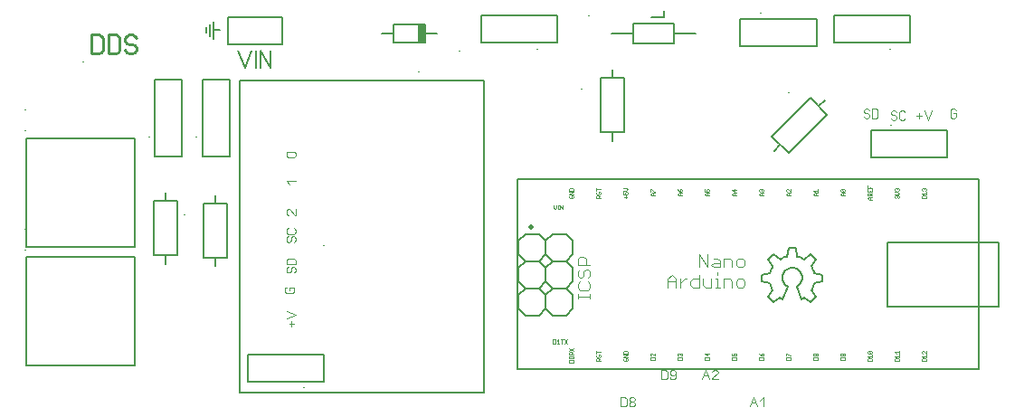
<source format=gbr>
%FSLAX34Y34*%
%MOMM*%
%LNSILK_TOP*%
G71*
G01*
%ADD10C,0.127*%
%ADD11C,0.102*%
%ADD12C,0.050*%
%ADD13C,0.200*%
%ADD14C,0.203*%
%ADD15C,0.500*%
%ADD16C,0.150*%
%ADD17C,0.100*%
%ADD18C,0.206*%
%ADD19C,0.144*%
%ADD20C,0.167*%
%ADD21C,0.111*%
%ADD22C,0.222*%
%LPD*%
G54D10*
X893921Y47541D02*
X462121Y47541D01*
X462121Y225341D01*
X893921Y225341D01*
X893921Y47541D01*
G54D10*
X912463Y166159D02*
X808323Y166159D01*
X808323Y106469D01*
X912463Y106469D01*
X912463Y166159D01*
G54D11*
X526040Y145067D02*
X526040Y150914D01*
X524092Y152862D01*
X520193Y152862D01*
X518245Y150914D01*
X518245Y145067D01*
X529939Y145067D01*
G54D11*
X520193Y141168D02*
X518245Y139220D01*
X518245Y135321D01*
X520193Y133373D01*
X522144Y133373D01*
X524092Y135321D01*
X524092Y139220D01*
X526040Y141168D01*
X527991Y141168D01*
X529939Y139220D01*
X529939Y135321D01*
X527991Y133373D01*
G54D11*
X527991Y129474D02*
X529939Y127526D01*
X529939Y123627D01*
X527991Y121679D01*
X520193Y121679D01*
X518245Y123627D01*
X518245Y127526D01*
X520193Y129474D01*
G54D11*
X518245Y117782D02*
X518245Y113883D01*
G54D11*
X518245Y115831D02*
X529939Y115831D01*
G54D11*
X529939Y113883D02*
X529939Y117782D01*
G54D11*
X602517Y130096D02*
X610315Y130096D01*
G54D11*
X602517Y124249D02*
X602517Y132044D01*
X606416Y135943D01*
X610315Y132044D01*
X610315Y124249D01*
G54D11*
X614211Y124249D02*
X614211Y132044D01*
G54D11*
X614211Y128148D02*
X618110Y132044D01*
X620058Y132044D01*
G54D11*
X631753Y132044D02*
X625905Y132044D01*
X623957Y130096D01*
X623957Y126197D01*
X625905Y124249D01*
X631753Y124249D01*
X631752Y135943D01*
G54D11*
X635651Y132044D02*
X635651Y126197D01*
X637600Y124249D01*
X643447Y124249D01*
X643447Y132044D01*
G54D11*
X647346Y132044D02*
X649294Y132044D01*
X649294Y124249D01*
G54D11*
X647346Y124249D02*
X651242Y124249D01*
G54D11*
X655141Y124249D02*
X655141Y132044D01*
X660988Y132044D01*
X662936Y130096D01*
X662936Y124249D01*
G54D11*
X666835Y130096D02*
X666835Y126197D01*
X668783Y124249D01*
X672682Y124249D01*
X674630Y126197D01*
X674630Y130096D01*
X672682Y132044D01*
X668783Y132044D01*
X666835Y130096D01*
G54D11*
X672682Y143299D02*
X668783Y143299D01*
X666835Y145247D01*
X666835Y149146D01*
X668783Y151094D01*
X672682Y151094D01*
X674630Y149146D01*
X674630Y145247D01*
X672682Y143299D01*
G54D11*
X662936Y143299D02*
X662936Y149146D01*
X660988Y151094D01*
X655141Y151094D01*
X655141Y143299D01*
G54D11*
X651242Y147198D02*
X645395Y147198D01*
X643447Y145247D01*
X645395Y143299D01*
X651242Y143299D01*
X651242Y149146D01*
X649294Y151094D01*
X645395Y151094D01*
G54D11*
X639550Y154993D02*
X639550Y143299D01*
X631752Y154993D01*
X631753Y143299D01*
G54D11*
X649294Y137891D02*
X649294Y135943D01*
G54D12*
X495268Y71798D02*
X495268Y75357D01*
X497049Y75357D01*
X497641Y74765D01*
X497641Y72392D01*
X497049Y71798D01*
X495268Y71798D01*
G54D12*
X498776Y74170D02*
X499962Y75357D01*
X499962Y71798D01*
G54D12*
X498776Y71798D02*
X501148Y71798D01*
G54D12*
X503470Y71798D02*
X503470Y75357D01*
G54D12*
X502284Y75357D02*
X504656Y75357D01*
G54D12*
X505794Y75357D02*
X508166Y71798D01*
G54D12*
X505794Y71798D02*
X508166Y75357D01*
G54D12*
X510506Y66916D02*
X514064Y64544D01*
G54D12*
X514064Y63406D02*
X512878Y62220D01*
G54D12*
X514064Y61034D02*
X510506Y61034D01*
X510506Y62814D01*
X511097Y63406D01*
X512284Y63406D01*
X512878Y62814D01*
X512878Y61034D01*
G54D12*
X510506Y64544D02*
X514064Y66916D01*
G54D12*
X514064Y59306D02*
X513470Y59898D01*
X511097Y59898D01*
X510506Y59306D01*
X510506Y58120D01*
X511097Y57526D01*
X513470Y57526D01*
X514064Y58120D01*
X514064Y59306D01*
G54D12*
X514064Y55799D02*
X513470Y56390D01*
X511097Y56390D01*
X510506Y55799D01*
X510506Y54018D01*
X514064Y54018D01*
X514064Y55799D01*
G54D12*
X539464Y55288D02*
X535906Y55288D01*
X535906Y57068D01*
X536497Y57660D01*
X537684Y57660D01*
X538278Y57069D01*
X538278Y55288D01*
G54D12*
X536497Y61168D02*
X535906Y60576D01*
X535906Y59390D01*
X536497Y58796D01*
X537092Y58796D01*
X537684Y59390D01*
X537684Y60576D01*
X538278Y61168D01*
X538870Y61168D01*
X539464Y60576D01*
X539464Y59390D01*
X538870Y58796D01*
G54D12*
X539464Y57660D02*
X538278Y56474D01*
G54D12*
X535906Y62304D02*
X535906Y64676D01*
G54D12*
X535906Y63490D02*
X539464Y63490D01*
G54D12*
X561897Y64676D02*
X561306Y64084D01*
X561306Y62304D01*
X564864Y62304D01*
X564864Y64084D01*
X564270Y64676D01*
X561897Y64676D01*
G54D12*
X561306Y61168D02*
X564864Y61168D01*
X561306Y58796D01*
X564864Y58796D01*
G54D12*
X561897Y57660D02*
X561306Y57069D01*
X561306Y55882D01*
X561897Y55288D01*
X564270Y55288D01*
X564864Y55882D01*
X564864Y57069D01*
X564270Y57660D01*
X563084Y57660D01*
X563084Y56474D01*
G54D12*
X590264Y56558D02*
X586706Y56558D01*
X586706Y58339D01*
X587297Y58930D01*
X589670Y58930D01*
X590264Y58339D01*
X590264Y56558D01*
G54D12*
X587297Y60066D02*
X586706Y60660D01*
X586706Y61846D01*
X587297Y62438D01*
X587892Y62438D01*
X590264Y60066D01*
X590264Y62438D01*
G54D12*
X612697Y60066D02*
X612106Y60660D01*
X612106Y61846D01*
X612697Y62438D01*
X613292Y62438D01*
X613884Y61846D01*
X614478Y62438D01*
X615070Y62438D01*
X615664Y61846D01*
X615664Y60660D01*
X615070Y60066D01*
G54D12*
X615664Y58339D02*
X615070Y58930D01*
X612697Y58930D01*
X612106Y58339D01*
X612106Y56558D01*
X615664Y56558D01*
X615664Y58339D01*
G54D12*
X613884Y61252D02*
X613884Y61846D01*
G54D12*
X638097Y58930D02*
X637506Y58339D01*
X637506Y56558D01*
X641064Y56558D01*
X641064Y58339D01*
X640470Y58930D01*
X638097Y58930D01*
G54D12*
X641064Y61846D02*
X637506Y61846D01*
X639284Y60066D01*
X639284Y62438D01*
G54D12*
X662906Y62438D02*
X662906Y60066D01*
X664684Y60066D01*
X664092Y61252D01*
X664092Y61846D01*
X664684Y62438D01*
X665870Y62438D01*
X666464Y61846D01*
X666464Y60660D01*
X665870Y60066D01*
G54D12*
X666464Y58339D02*
X665870Y58930D01*
X663497Y58930D01*
X662906Y58339D01*
X662906Y56558D01*
X666464Y56558D01*
X666464Y58339D01*
G54D12*
X688897Y58930D02*
X688306Y58339D01*
X688306Y56558D01*
X691864Y56558D01*
X691864Y58339D01*
X691270Y58930D01*
X688897Y58930D01*
G54D12*
X691270Y60066D02*
X690084Y60066D01*
X690084Y61846D01*
X690678Y62438D01*
X691270Y62438D01*
X691864Y61846D01*
X691864Y60660D01*
X691270Y60066D01*
G54D12*
X690084Y60066D02*
X688897Y61252D01*
X688306Y62438D01*
G54D12*
X717264Y60066D02*
X716670Y60066D01*
X714297Y62438D01*
X713706Y62438D01*
X713706Y60066D01*
G54D12*
X716670Y58930D02*
X714297Y58930D01*
X713706Y58339D01*
X713706Y56558D01*
X717264Y56558D01*
X717264Y58339D01*
X716670Y58930D01*
G54D12*
X740884Y61846D02*
X740292Y62438D01*
X739697Y62438D01*
X739106Y61846D01*
X739106Y60660D01*
X739697Y60066D01*
X740292Y60066D01*
X740884Y60660D01*
X740884Y61846D01*
X741478Y62438D01*
X742070Y62438D01*
X742664Y61846D01*
X742664Y60660D01*
X742070Y60066D01*
X741478Y60066D01*
X740884Y60660D01*
G54D12*
X742070Y58930D02*
X739697Y58930D01*
X739106Y58339D01*
X739106Y56558D01*
X742664Y56558D01*
X742664Y58339D01*
X742070Y58930D01*
G54D12*
X765097Y58930D02*
X764506Y58339D01*
X764506Y56558D01*
X768064Y56558D01*
X768064Y58339D01*
X767470Y58930D01*
X765097Y58930D01*
G54D12*
X767470Y60066D02*
X768064Y60660D01*
X768064Y61846D01*
X767470Y62438D01*
X765097Y62438D01*
X764506Y61846D01*
X764506Y60660D01*
X765097Y60066D01*
X765692Y60066D01*
X766284Y60660D01*
X766284Y62438D01*
G54D12*
X791092Y58796D02*
X789906Y59982D01*
X793464Y59982D01*
G54D12*
X793464Y58796D02*
X793464Y61168D01*
G54D12*
X793464Y62898D02*
X792870Y62304D01*
X790497Y64676D01*
X792870Y64676D01*
X793464Y64084D01*
X793464Y62898D01*
G54D12*
X792870Y62304D02*
X790497Y62304D01*
X789906Y62898D01*
X789906Y64084D01*
X790497Y64676D01*
G54D12*
X792870Y57660D02*
X790497Y57660D01*
X789906Y57069D01*
X789906Y55288D01*
X793464Y55288D01*
X793464Y57069D01*
X792870Y57660D01*
G54D12*
X815897Y57660D02*
X815306Y57069D01*
X815306Y55288D01*
X818864Y55288D01*
X818864Y57069D01*
X818270Y57660D01*
X815897Y57660D01*
G54D12*
X816492Y58796D02*
X815306Y59982D01*
X818864Y59982D01*
G54D12*
X818864Y58796D02*
X818864Y61168D01*
G54D12*
X818864Y62304D02*
X818864Y64676D01*
G54D12*
X818864Y63490D02*
X815306Y63490D01*
X816492Y62304D01*
G54D12*
X844264Y64676D02*
X844264Y62304D01*
X841892Y64676D01*
X841297Y64676D01*
X840706Y64084D01*
X840706Y62898D01*
X841297Y62304D01*
G54D12*
X844264Y61168D02*
X844264Y58796D01*
G54D12*
X844264Y59982D02*
X840706Y59982D01*
X841892Y58796D01*
G54D12*
X843670Y57660D02*
X841297Y57660D01*
X840706Y57069D01*
X840706Y55288D01*
X844264Y55288D01*
X844264Y57069D01*
X843670Y57660D01*
G54D12*
X844264Y207688D02*
X840706Y207688D01*
X840706Y209469D01*
X841297Y210060D01*
X843670Y210060D01*
X844264Y209469D01*
X844264Y207688D01*
G54D12*
X841892Y211196D02*
X840706Y212382D01*
X844264Y212382D01*
G54D12*
X844264Y211196D02*
X844264Y213568D01*
G54D12*
X843670Y214704D02*
X844264Y215298D01*
X844264Y216484D01*
X843670Y217076D01*
X843078Y217076D01*
X842484Y216484D01*
X842484Y215890D01*
G54D12*
X842484Y216484D02*
X841892Y217076D01*
X841297Y217076D01*
X840706Y216484D01*
X840706Y215298D01*
X841297Y214704D01*
G54D12*
X817084Y215890D02*
X817084Y216484D01*
X817678Y217076D01*
X818270Y217076D01*
X818864Y216484D01*
X818864Y215298D01*
X818270Y214704D01*
G54D12*
X817084Y216484D02*
X816492Y217076D01*
X815897Y217076D01*
X815306Y216484D01*
X815306Y215298D01*
X815897Y214704D01*
G54D12*
X815306Y213568D02*
X817678Y213568D01*
X818864Y212382D01*
X817678Y211196D01*
X815306Y211196D01*
G54D12*
X815897Y207688D02*
X815306Y208282D01*
X815306Y209469D01*
X815897Y210060D01*
X816492Y210060D01*
X817084Y209469D01*
X817678Y210060D01*
X818270Y210060D01*
X818864Y209469D01*
X818864Y208282D01*
X818270Y207688D01*
G54D12*
X817084Y208874D02*
X817084Y209469D01*
G54D12*
X793464Y208790D02*
X791092Y208790D01*
X789906Y207604D01*
X791092Y206418D01*
X793464Y206418D01*
G54D12*
X791684Y206418D02*
X791684Y208790D01*
G54D12*
X792278Y209926D02*
X792278Y211706D01*
X791684Y212298D01*
X790497Y212298D01*
X789906Y211706D01*
X789906Y209926D01*
X793464Y209926D01*
G54D12*
X792278Y211112D02*
X793464Y212298D01*
G54D12*
X789906Y215806D02*
X789906Y213434D01*
X793464Y213434D01*
X793464Y215806D01*
G54D12*
X793464Y216944D02*
X789906Y216944D01*
X789906Y219316D01*
G54D12*
X791684Y218130D02*
X791684Y216944D01*
G54D12*
X791684Y213434D02*
X791684Y214620D01*
G54D12*
X768064Y215516D02*
X768064Y214330D01*
X767470Y213736D01*
X765097Y216108D01*
X767470Y216108D01*
X768064Y215516D01*
G54D12*
X767470Y213736D02*
X765097Y213736D01*
X764506Y214330D01*
X764506Y215516D01*
X765097Y216108D01*
G54D12*
X768064Y210228D02*
X765692Y210228D01*
X764506Y211414D01*
X765692Y212600D01*
X768064Y212600D01*
G54D12*
X766284Y212600D02*
X766284Y210228D01*
G54D12*
X742664Y210228D02*
X740292Y210228D01*
X739106Y211414D01*
X740292Y212600D01*
X742664Y212600D01*
G54D12*
X742664Y213736D02*
X742664Y216108D01*
G54D12*
X742664Y214922D02*
X739106Y214922D01*
X740292Y213736D01*
G54D12*
X740884Y212600D02*
X740884Y210228D01*
G54D12*
X717264Y210228D02*
X714892Y210228D01*
X713706Y211414D01*
X714892Y212600D01*
X717264Y212600D01*
G54D12*
X717264Y216108D02*
X717264Y213736D01*
X714892Y216108D01*
X714297Y216108D01*
X713706Y215516D01*
X713706Y214330D01*
X714297Y213736D01*
G54D12*
X715484Y212600D02*
X715484Y210228D01*
G54D12*
X688897Y213736D02*
X688306Y214330D01*
X688306Y215516D01*
X688897Y216108D01*
X689492Y216108D01*
X690084Y215516D01*
X690678Y216108D01*
X691270Y216108D01*
X691864Y215516D01*
X691864Y214330D01*
X691270Y213736D01*
G54D12*
X691864Y212600D02*
X689492Y212600D01*
X688306Y211414D01*
X689492Y210228D01*
X691864Y210228D01*
G54D12*
X690084Y210228D02*
X690084Y212600D01*
G54D12*
X690084Y215516D02*
X690084Y214922D01*
G54D12*
X666464Y215516D02*
X662906Y215516D01*
X664684Y213736D01*
X664684Y216108D01*
G54D12*
X664684Y212600D02*
X664684Y210228D01*
G54D12*
X666464Y210228D02*
X664092Y210228D01*
X662906Y211414D01*
X664092Y212600D01*
X666464Y212600D01*
G54D12*
X641064Y210228D02*
X638692Y210228D01*
X637506Y211414D01*
X638692Y212600D01*
X641064Y212600D01*
G54D12*
X640470Y213736D02*
X641064Y214330D01*
X641064Y215516D01*
X640470Y216108D01*
X639284Y216108D01*
X638692Y215516D01*
X638692Y214922D01*
X639284Y213736D01*
X637506Y213736D01*
X637506Y216108D01*
G54D12*
X639284Y212600D02*
X639284Y210228D01*
G54D12*
X615664Y210228D02*
X613292Y210228D01*
X612106Y211414D01*
X613292Y212600D01*
X615664Y212600D01*
G54D12*
X612106Y216108D02*
X612697Y214922D01*
X613884Y213736D01*
X615070Y213736D01*
X615664Y214330D01*
X615664Y215516D01*
X615070Y216108D01*
X614478Y216108D01*
X613884Y215516D01*
X613884Y213736D01*
G54D12*
X613884Y212600D02*
X613884Y210228D01*
G54D12*
X590264Y210228D02*
X587892Y210228D01*
X586706Y211414D01*
X587892Y212600D01*
X590264Y212600D01*
G54D12*
X590264Y213736D02*
X589670Y213736D01*
X587297Y216108D01*
X586706Y216108D01*
X586706Y213736D01*
G54D12*
X588484Y212600D02*
X588484Y210228D01*
G54D12*
X561306Y213568D02*
X561306Y211196D01*
X563084Y211196D01*
X562492Y212382D01*
X562492Y212976D01*
X563084Y213568D01*
X564270Y213568D01*
X564864Y212976D01*
X564864Y211790D01*
X564270Y211196D01*
G54D12*
X561306Y214704D02*
X563678Y214704D01*
X564864Y215890D01*
X563678Y217076D01*
X561306Y217076D01*
G54D12*
X563084Y210060D02*
X563084Y207688D01*
G54D12*
X561897Y208874D02*
X564270Y208874D01*
G54D12*
X539464Y210060D02*
X538278Y208874D01*
G54D12*
X539464Y207688D02*
X535906Y207688D01*
X535906Y209469D01*
X536497Y210060D01*
X537684Y210060D01*
X538278Y209469D01*
X538278Y207688D01*
G54D12*
X538870Y211196D02*
X539464Y211790D01*
X539464Y212976D01*
X538870Y213568D01*
X538278Y213568D01*
X537684Y212976D01*
X537684Y211790D01*
X537092Y211196D01*
X536497Y211196D01*
X535906Y211790D01*
X535906Y212976D01*
X536497Y213568D01*
G54D12*
X535906Y214704D02*
X535906Y217076D01*
G54D12*
X535906Y215890D02*
X539464Y215890D01*
G54D12*
X514064Y214704D02*
X514064Y216484D01*
X513470Y217076D01*
X511097Y217076D01*
X510506Y216484D01*
X510506Y214704D01*
X514064Y214704D01*
G54D12*
X514064Y211196D02*
X510506Y211196D01*
X514064Y213568D01*
X510506Y213568D01*
G54D12*
X511097Y210060D02*
X510506Y209469D01*
X510506Y208282D01*
X511097Y207688D01*
X513470Y207688D01*
X514064Y208282D01*
X514064Y209469D01*
X513470Y210060D01*
X512284Y210060D01*
X512284Y208874D01*
G54D12*
X504293Y201087D02*
X504293Y197528D01*
X501920Y201087D01*
X501920Y197528D01*
G54D12*
X500767Y197528D02*
X499581Y197528D01*
G54D12*
X500175Y197528D02*
X500175Y201087D01*
G54D12*
X500767Y201087D02*
X499581Y201087D01*
G54D12*
X498446Y201087D02*
X498446Y198714D01*
X497260Y197528D01*
X496073Y198714D01*
X496073Y201087D01*
G54D13*
X501237Y148887D02*
X507637Y148887D01*
X513937Y155187D01*
X513937Y167987D01*
X507637Y174287D01*
X494837Y174287D01*
X488537Y167987D01*
X488537Y155187D01*
X494837Y148887D01*
X501237Y148887D01*
G54D13*
X475837Y148887D02*
X482237Y148887D01*
X488537Y155187D01*
X488537Y167987D01*
X482237Y174287D01*
X469437Y174287D01*
X463137Y167987D01*
X463137Y155187D01*
X469437Y148887D01*
X475837Y148887D01*
G54D13*
X501237Y123487D02*
X507637Y123487D01*
X513937Y129787D01*
X513937Y142587D01*
X507637Y148887D01*
X494837Y148887D01*
X488537Y142587D01*
X488537Y129787D01*
X494837Y123487D01*
X501237Y123487D01*
G54D13*
X475837Y123487D02*
X482237Y123487D01*
X488537Y129787D01*
X488537Y142587D01*
X482237Y148887D01*
X469437Y148887D01*
X463137Y142587D01*
X463137Y129787D01*
X469437Y123487D01*
X475837Y123487D01*
G54D13*
X501237Y98087D02*
X507637Y98087D01*
X513937Y104387D01*
X513937Y117187D01*
X507637Y123487D01*
X494837Y123487D01*
X488537Y117187D01*
X488537Y104387D01*
X494837Y98087D01*
X501237Y98087D01*
G54D13*
X475837Y98087D02*
X482237Y98087D01*
X488537Y104387D01*
X488537Y117187D01*
X482237Y123487D01*
X469437Y123487D01*
X463137Y117187D01*
X463137Y104387D01*
X469437Y98087D01*
X475837Y98087D01*
G54D14*
X723106Y124630D02*
X727932Y113200D01*
X730472Y114724D01*
X736568Y110406D01*
X741394Y115232D01*
X737076Y121328D01*
G54D14*
X739616Y128186D02*
X747236Y129456D01*
X747236Y136060D01*
X739616Y137584D01*
G54D14*
X736822Y143934D02*
X741394Y150538D01*
X736568Y155110D01*
X729964Y150538D01*
G54D14*
X723614Y153078D02*
X722344Y161206D01*
X715486Y161206D01*
X714216Y153078D01*
G54D14*
X707866Y150538D02*
X701262Y155110D01*
X696436Y150538D01*
X701008Y143934D01*
G54D14*
X698214Y137584D02*
X690594Y136060D01*
X690594Y129456D01*
X698214Y128186D01*
G54D14*
X700754Y121328D02*
X696690Y115232D01*
X701262Y110406D01*
X707358Y114724D01*
X709898Y113200D01*
X714978Y124630D01*
G54D14*
X737102Y121328D02*
X737686Y122369D01*
X738219Y123462D01*
X738676Y124605D01*
X739057Y125748D01*
X739388Y126916D01*
X739642Y128110D01*
G54D14*
X739591Y137609D02*
X739210Y138930D01*
X738727Y140226D01*
X738168Y141496D01*
X737533Y142715D01*
X736797Y143909D01*
G54D14*
X723106Y124884D02*
X723944Y125341D01*
X724706Y125875D01*
X725443Y126484D01*
X726103Y127170D01*
X726662Y127907D01*
X727170Y128719D01*
X727602Y129558D01*
X727932Y130447D01*
X728161Y131361D01*
X728313Y132301D01*
X728364Y133241D01*
X728313Y134181D01*
X728186Y135120D01*
X727932Y136035D01*
X727627Y136924D01*
X727196Y137787D01*
X726713Y138575D01*
X726129Y139337D01*
X725468Y140022D01*
X724757Y140632D01*
X723970Y141165D01*
X723157Y141623D01*
X722293Y142004D01*
X721379Y142283D01*
X720465Y142486D01*
X719525Y142588D01*
X718560Y142588D01*
X717620Y142486D01*
X716705Y142283D01*
X715791Y142004D01*
X714927Y141623D01*
X714114Y141165D01*
X713327Y140632D01*
X712616Y140022D01*
X711956Y139337D01*
X711371Y138575D01*
X710889Y137787D01*
X710457Y136924D01*
X710152Y136035D01*
X709898Y135120D01*
X709771Y134181D01*
X709720Y133241D01*
X709771Y132301D01*
X709924Y131361D01*
X710152Y130447D01*
X710482Y129558D01*
X710914Y128719D01*
X711422Y127907D01*
X711981Y127170D01*
X712641Y126484D01*
X713378Y125875D01*
X714140Y125341D01*
X714978Y124884D01*
G54D14*
X700856Y121404D02*
X700144Y122674D01*
X699535Y123995D01*
X699002Y125341D01*
X698570Y126738D01*
X698240Y128161D01*
G54D14*
X707968Y150614D02*
X709111Y151249D01*
X710304Y151833D01*
X711524Y152316D01*
X712768Y152748D01*
X714038Y153078D01*
G54D14*
X701034Y143807D02*
X700348Y142639D01*
X699738Y141419D01*
X699205Y140175D01*
X698748Y138879D01*
X698392Y137584D01*
G54D14*
X723741Y153154D02*
X725062Y152799D01*
X726357Y152367D01*
X727627Y151859D01*
X728872Y151275D01*
X730066Y150589D01*
X474186Y180256D02*
G54D15*
D03*
G54D16*
X375880Y353200D02*
X375880Y370600D01*
X345480Y370600D01*
X345480Y353200D01*
X375880Y353200D01*
G36*
X375780Y353300D02*
X375780Y370000D01*
X368580Y370000D01*
X368580Y353300D01*
X375780Y353300D01*
G37*
G54D17*
X375780Y353300D02*
X375780Y370000D01*
X368580Y370000D01*
X368580Y353300D01*
X375780Y353300D01*
G54D16*
X386880Y361900D02*
X375780Y361900D01*
G54D16*
X345580Y361900D02*
X334480Y361900D01*
G54D18*
X369680Y326450D02*
X369680Y326450D01*
G54D18*
X407780Y345950D02*
X407780Y345950D01*
G54D13*
X200680Y345614D02*
X206680Y329614D01*
X212680Y345614D01*
G54D13*
X217080Y329614D02*
X217080Y345614D01*
G54D13*
X221480Y329614D02*
X221480Y345614D01*
X231080Y329614D01*
X231080Y345614D01*
G54D16*
X190884Y351788D02*
X190884Y377188D01*
X241684Y377188D01*
X241684Y351788D01*
X190884Y351788D01*
G54D13*
X183551Y365017D02*
X177200Y365017D01*
G54D13*
X177200Y357080D02*
X177201Y372955D01*
G54D13*
X174026Y370574D02*
X174026Y359461D01*
G54D13*
X170851Y362636D02*
X170851Y367398D01*
G54D16*
X1880Y263575D02*
X103480Y263575D01*
X103480Y161975D01*
X1880Y161975D01*
X1880Y263575D01*
G54D19*
X1130Y290325D02*
X1130Y290325D01*
G54D19*
X1130Y270825D02*
X1130Y270825D01*
G54D16*
X1880Y152450D02*
X103480Y152450D01*
X103480Y50850D01*
X1880Y50850D01*
X1880Y152450D01*
G54D19*
X1130Y179200D02*
X1130Y179200D01*
G54D19*
X1130Y159700D02*
X1130Y159700D01*
G54D16*
X427830Y378491D02*
X427830Y353090D01*
X499430Y353090D01*
X499430Y378490D01*
X427830Y378491D01*
G54D20*
X480486Y347699D02*
X480486Y347699D01*
G54D16*
X570280Y352400D02*
X570280Y371400D01*
X608280Y371400D01*
X608280Y352400D01*
X570280Y352400D01*
G54D16*
X570180Y361900D02*
X549580Y361900D01*
G54D16*
X628980Y361900D02*
X608380Y361900D01*
G54D19*
X587164Y377060D02*
X598720Y377060D01*
X598720Y383126D01*
G54D19*
X528480Y378650D02*
X528480Y378650D01*
G54D16*
X741880Y350392D02*
X741880Y375792D01*
X670280Y375792D01*
X670280Y350392D01*
X741880Y350392D01*
G54D20*
X689225Y381184D02*
X689225Y381184D01*
G54D16*
X758030Y378491D02*
X758030Y353090D01*
X829630Y353090D01*
X829630Y378490D01*
X758030Y378491D01*
G54D20*
X810686Y347699D02*
X810686Y347699D01*
G54D20*
X55442Y335599D02*
X55442Y335599D01*
G54D20*
X280461Y163549D02*
X280461Y163549D01*
G54D21*
X247253Y251194D02*
X252809Y251194D01*
X253920Y250527D01*
X254476Y249194D01*
X254476Y247860D01*
X253920Y246527D01*
X252809Y245860D01*
X247253Y245860D01*
X246142Y246527D01*
X245587Y247860D01*
X245587Y249194D01*
X246142Y250527D01*
X247253Y251194D01*
G54D21*
X248920Y220460D02*
X245587Y223794D01*
X254476Y223794D01*
G54D21*
X254476Y197219D02*
X254476Y191885D01*
X253920Y191885D01*
X252809Y192552D01*
X249476Y196552D01*
X248364Y197219D01*
X247253Y197219D01*
X246142Y196552D01*
X245587Y195219D01*
X245587Y193885D01*
X246142Y192552D01*
X247253Y191885D01*
G54D21*
X252809Y166485D02*
X253920Y167152D01*
X254476Y168485D01*
X254476Y169819D01*
X253920Y171152D01*
X252809Y171819D01*
X251698Y171819D01*
X250587Y171152D01*
X250031Y169819D01*
X250031Y168485D01*
X249476Y167152D01*
X248364Y166485D01*
X247253Y166485D01*
X246142Y167152D01*
X245587Y168485D01*
X245587Y169819D01*
X246142Y171152D01*
X247253Y171819D01*
G54D21*
X252809Y179596D02*
X253920Y178929D01*
X254476Y177596D01*
X254476Y176262D01*
X253920Y174929D01*
X252809Y174262D01*
X247253Y174262D01*
X246142Y174929D01*
X245587Y176262D01*
X245587Y177596D01*
X246142Y178929D01*
X247253Y179596D01*
G54D21*
X252809Y137910D02*
X253920Y138577D01*
X254476Y139910D01*
X254476Y141244D01*
X253920Y142577D01*
X252809Y143244D01*
X251698Y143244D01*
X250587Y142577D01*
X250031Y141244D01*
X250031Y139910D01*
X249476Y138577D01*
X248364Y137910D01*
X247253Y137910D01*
X246142Y138577D01*
X245587Y139910D01*
X245587Y141244D01*
X246142Y142577D01*
X247253Y143244D01*
G54D21*
X254476Y145687D02*
X245587Y145687D01*
X245587Y149021D01*
X246142Y150354D01*
X247253Y151021D01*
X252809Y151021D01*
X253920Y150354D01*
X254476Y149021D01*
X254476Y145687D01*
G54D21*
X248444Y121527D02*
X248444Y124194D01*
X251221Y124194D01*
X252332Y123527D01*
X252888Y122194D01*
X252888Y120860D01*
X252332Y119527D01*
X251221Y118860D01*
X245666Y118860D01*
X244555Y119527D01*
X243999Y120860D01*
X243999Y122194D01*
X244555Y123527D01*
X245666Y124194D01*
G54D21*
X250587Y87110D02*
X250587Y92444D01*
G54D21*
X248364Y89777D02*
X252809Y89777D01*
G54D21*
X245587Y94887D02*
X254476Y98221D01*
X245587Y101554D01*
G54D21*
X869759Y286969D02*
X872426Y286969D01*
X872426Y284192D01*
X871759Y283081D01*
X870426Y282525D01*
X869092Y282525D01*
X867759Y283081D01*
X867092Y284192D01*
X867092Y289747D01*
X867759Y290858D01*
X869092Y291414D01*
X870426Y291414D01*
X871759Y290858D01*
X872426Y289747D01*
G54D21*
X835342Y284826D02*
X840676Y284826D01*
G54D21*
X838009Y287049D02*
X838009Y282604D01*
G54D21*
X843120Y289826D02*
X846453Y280937D01*
X849786Y289826D01*
G54D21*
X811530Y282604D02*
X812197Y281493D01*
X813530Y280937D01*
X814863Y280937D01*
X816197Y281493D01*
X816863Y282604D01*
X816863Y283715D01*
X816197Y284826D01*
X814863Y285382D01*
X813530Y285382D01*
X812197Y285937D01*
X811530Y287049D01*
X811530Y288160D01*
X812197Y289271D01*
X813530Y289826D01*
X814863Y289826D01*
X816197Y289271D01*
X816863Y288160D01*
G54D21*
X824640Y282604D02*
X823974Y281493D01*
X822640Y280937D01*
X821307Y280937D01*
X819974Y281493D01*
X819307Y282604D01*
X819307Y288160D01*
X819974Y289271D01*
X821307Y289826D01*
X822640Y289826D01*
X823974Y289271D01*
X824640Y288160D01*
G54D21*
X786130Y284192D02*
X786797Y283081D01*
X788130Y282525D01*
X789463Y282525D01*
X790797Y283081D01*
X791463Y284192D01*
X791463Y285303D01*
X790797Y286414D01*
X789463Y286969D01*
X788130Y286969D01*
X786797Y287525D01*
X786130Y288636D01*
X786130Y289747D01*
X786797Y290858D01*
X788130Y291414D01*
X789463Y291414D01*
X790797Y290858D01*
X791463Y289747D01*
G54D21*
X793907Y282525D02*
X793907Y291414D01*
X797240Y291414D01*
X798574Y290858D01*
X799240Y289747D01*
X799240Y284192D01*
X798574Y283081D01*
X797240Y282525D01*
X793907Y282525D01*
G54D16*
X192515Y318239D02*
X167115Y318239D01*
X167115Y246639D01*
X192515Y246639D01*
X192515Y318239D01*
G54D20*
X161723Y265583D02*
X161723Y265583D01*
G54D16*
X148065Y318239D02*
X122665Y318239D01*
X122665Y246639D01*
X148065Y246639D01*
X148065Y318239D01*
G54D20*
X117273Y265583D02*
X117273Y265583D01*
G54D16*
X190218Y151999D02*
X168042Y151999D01*
X168043Y202699D01*
X190218Y202699D01*
X190218Y151999D01*
G54D16*
X179130Y151799D02*
X179130Y143899D01*
G54D16*
X179130Y202799D02*
X179130Y210699D01*
G54D20*
X150205Y192474D02*
X150205Y192474D01*
G54D16*
X143728Y154158D02*
X121553Y154158D01*
X121553Y204858D01*
X143728Y204858D01*
X143728Y154158D01*
G54D16*
X132641Y153957D02*
X132641Y146058D01*
G54D16*
X132641Y204958D02*
X132641Y212858D01*
G54D16*
X864178Y245450D02*
X864178Y270851D01*
X792578Y270851D01*
X792578Y245450D01*
X864178Y245450D01*
G54D20*
X811522Y276242D02*
X811522Y276242D01*
G54D16*
X209281Y61289D02*
X209281Y35888D01*
X280881Y35888D01*
X280881Y61288D01*
X209281Y61289D01*
G54D20*
X261936Y30496D02*
X261936Y30496D01*
G54D16*
X561692Y269474D02*
X539517Y269474D01*
X539517Y320173D01*
X561692Y320173D01*
X561692Y269474D01*
G54D16*
X550605Y269274D02*
X550605Y261374D01*
G54D16*
X550604Y320273D02*
X550604Y328173D01*
G54D20*
X521680Y309949D02*
X521680Y309949D01*
G54D16*
X430530Y317650D02*
X430530Y25550D01*
X201930Y25550D01*
X201930Y317650D01*
X430530Y317650D01*
G54D16*
X715726Y250056D02*
X700046Y265736D01*
X735896Y301586D01*
X751576Y285906D01*
X715726Y250056D01*
G54D16*
X707744Y257754D02*
X702158Y252168D01*
G54D16*
X743807Y293817D02*
X749393Y299403D01*
G54D20*
X716053Y306969D02*
X716053Y306969D01*
G54D22*
X63500Y342900D02*
X63500Y360678D01*
X70167Y360678D01*
X72833Y359567D01*
X74167Y357344D01*
X74167Y346233D01*
X72833Y344011D01*
X70167Y342900D01*
X63500Y342900D01*
G54D22*
X79056Y342900D02*
X79056Y360678D01*
X85723Y360678D01*
X88389Y359567D01*
X89723Y357344D01*
X89723Y346233D01*
X88389Y344011D01*
X85723Y342900D01*
X79056Y342900D01*
G54D22*
X94612Y346233D02*
X95945Y344011D01*
X98612Y342900D01*
X101279Y342900D01*
X103945Y344011D01*
X105279Y346233D01*
X105279Y348456D01*
X103945Y350678D01*
X101279Y351789D01*
X98612Y351789D01*
X95945Y352900D01*
X94612Y355122D01*
X94612Y357344D01*
X95945Y359567D01*
X98612Y360678D01*
X101279Y360678D01*
X103945Y359567D01*
X105279Y357344D01*
G54D21*
X558800Y12700D02*
X558800Y21589D01*
X562133Y21589D01*
X563467Y21033D01*
X564133Y19922D01*
X564133Y14367D01*
X563467Y13256D01*
X562133Y12700D01*
X558800Y12700D01*
G54D21*
X569910Y17144D02*
X568577Y17144D01*
X567244Y17700D01*
X566577Y18811D01*
X566577Y19922D01*
X567244Y21033D01*
X568577Y21589D01*
X569910Y21589D01*
X571244Y21033D01*
X571910Y19922D01*
X571910Y18811D01*
X571244Y17700D01*
X569910Y17144D01*
X571244Y16589D01*
X571910Y15478D01*
X571910Y14367D01*
X571244Y13256D01*
X569910Y12700D01*
X568577Y12700D01*
X567244Y13256D01*
X566577Y14367D01*
X566577Y15478D01*
X567244Y16589D01*
X568577Y17144D01*
G54D21*
X596900Y38100D02*
X596900Y46989D01*
X600233Y46989D01*
X601567Y46433D01*
X602233Y45322D01*
X602233Y39767D01*
X601567Y38656D01*
X600233Y38100D01*
X596900Y38100D01*
G54D21*
X604677Y39767D02*
X605344Y38656D01*
X606677Y38100D01*
X608010Y38100D01*
X609344Y38656D01*
X610010Y39767D01*
X610010Y42544D01*
X610010Y43100D01*
X608010Y41989D01*
X606677Y41989D01*
X605344Y42544D01*
X604677Y43656D01*
X604677Y45322D01*
X605344Y46433D01*
X606677Y46989D01*
X608010Y46989D01*
X609344Y46433D01*
X610010Y45322D01*
X610010Y42544D01*
G54D21*
X635000Y38100D02*
X638333Y46989D01*
X641667Y38100D01*
G54D21*
X636333Y41433D02*
X640333Y41433D01*
G54D21*
X649444Y38100D02*
X644111Y38100D01*
X644111Y38656D01*
X644778Y39767D01*
X648778Y43100D01*
X649444Y44211D01*
X649444Y45322D01*
X648778Y46433D01*
X647444Y46989D01*
X646111Y46989D01*
X644778Y46433D01*
X644111Y45322D01*
G54D21*
X679450Y12700D02*
X682783Y21589D01*
X686117Y12700D01*
G54D21*
X680783Y16033D02*
X684783Y16033D01*
G54D21*
X688561Y18256D02*
X691894Y21589D01*
X691894Y12700D01*
M02*

</source>
